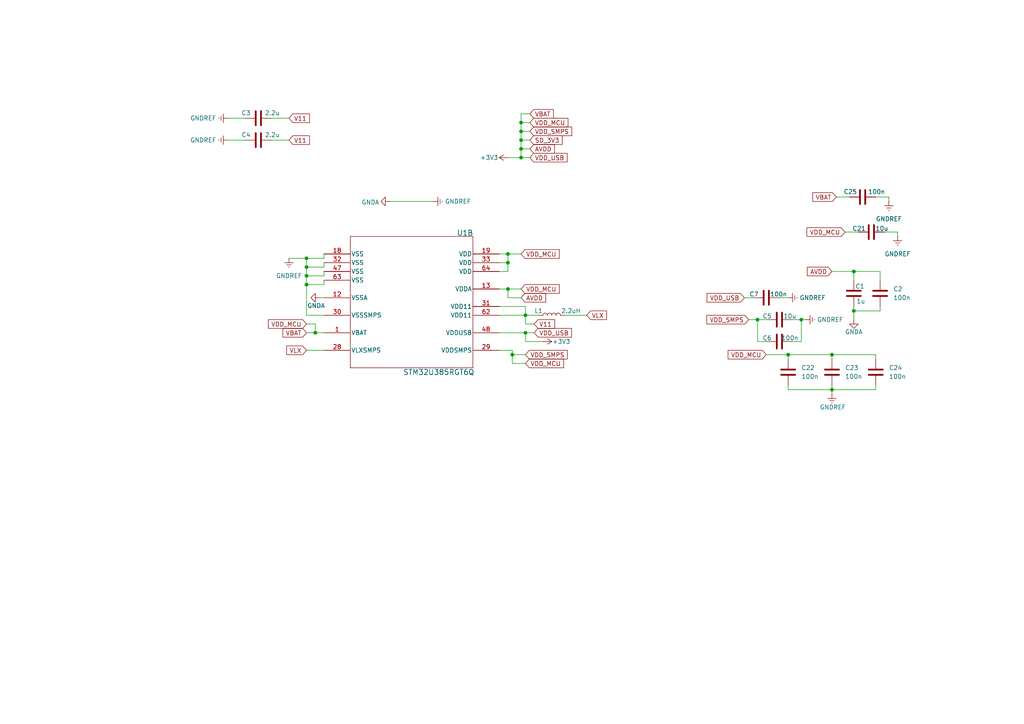
<source format=kicad_sch>
(kicad_sch (version 20250114) (generator "eeschema") (generator_version "9.0")
  (paper "A4")
  (lib_symbols
    (symbol "2026-01-21_08-27-02:STM32U385RGT6Q" (pin_names (offset 0.254))
      (property "Reference" "U" (at 30.48 10.16 0))
      (property "Value" "STM32U385RGT6Q" (at 30.48 7.62 0))
      (symbol "STM32U385RGT6Q_1_1"
        (polyline (pts (xy 7.62 5.08) (xy 7.62 -78.74)))
        (polyline (pts (xy 7.62 -78.74) (xy 53.34 -78.74)))
        (polyline (pts (xy 53.34 5.08) (xy 7.62 5.08)))
        (polyline (pts (xy 53.34 -78.74) (xy 53.34 5.08)))
        (pin bidirectional line (at 0 0 0) (length 7.62) (name "PA0") (number "14"))
        (pin bidirectional line (at 0 -2.54 0) (length 7.62) (name "PA1") (number "15"))
        (pin bidirectional line (at 0 -5.08 0) (length 7.62) (name "PA2") (number "16"))
        (pin bidirectional line (at 0 -7.62 0) (length 7.62) (name "PA3") (number "17"))
        (pin bidirectional line (at 0 -10.16 0) (length 7.62) (name "PA4") (number "20"))
        (pin bidirectional line (at 0 -12.7 0) (length 7.62) (name "PA5") (number "21"))
        (pin bidirectional line (at 0 -15.24 0) (length 7.62) (name "PA6") (number "22"))
        (pin bidirectional line (at 0 -17.78 0) (length 7.62) (name "PA7") (number "23"))
        (pin bidirectional line (at 0 -20.32 0) (length 7.62) (name "PA8") (number "41"))
        (pin bidirectional line (at 0 -22.86 0) (length 7.62) (name "PA9") (number "42"))
        (pin bidirectional line (at 0 -25.4 0) (length 7.62) (name "PA10") (number "43"))
        (pin bidirectional line (at 0 -27.94 0) (length 7.62) (name "PA11") (number "44"))
        (pin bidirectional line (at 0 -30.48 0) (length 7.62) (name "PA12") (number "45"))
        (pin bidirectional line (at 0 -33.02 0) (length 7.62) (name "PA13") (number "46"))
        (pin bidirectional line (at 0 -35.56 0) (length 7.62) (name "PA14") (number "49"))
        (pin bidirectional line (at 0 -38.1 0) (length 7.62) (name "PA15") (number "50"))
        (pin bidirectional line (at 0 -43.18 0) (length 7.62) (name "PB0") (number "24"))
        (pin bidirectional line (at 0 -45.72 0) (length 7.62) (name "PB1") (number "25"))
        (pin bidirectional line (at 0 -48.26 0) (length 7.62) (name "PB2") (number "26"))
        (pin bidirectional line (at 0 -50.8 0) (length 7.62) (name "PB3") (number "55"))
        (pin bidirectional line (at 0 -53.34 0) (length 7.62) (name "PB4") (number "56"))
        (pin bidirectional line (at 0 -55.88 0) (length 7.62) (name "PB5") (number "57"))
        (pin bidirectional line (at 0 -58.42 0) (length 7.62) (name "PB6") (number "58"))
        (pin bidirectional line (at 0 -60.96 0) (length 7.62) (name "PB7") (number "59"))
        (pin bidirectional line (at 0 -63.5 0) (length 7.62) (name "PB8") (number "61"))
        (pin bidirectional line (at 0 -66.04 0) (length 7.62) (name "PB10") (number "27"))
        (pin bidirectional line (at 0 -68.58 0) (length 7.62) (name "PB13") (number "34"))
        (pin bidirectional line (at 0 -71.12 0) (length 7.62) (name "PB14") (number "35"))
        (pin bidirectional line (at 0 -73.66 0) (length 7.62) (name "PB15") (number "36"))
        (pin bidirectional line (at 60.96 0 180) (length 7.62) (name "PC0") (number "8"))
        (pin bidirectional line (at 60.96 -2.54 180) (length 7.62) (name "PC1") (number "9"))
        (pin bidirectional line (at 60.96 -5.08 180) (length 7.62) (name "PC2") (number "10"))
        (pin bidirectional line (at 60.96 -7.62 180) (length 7.62) (name "PC3") (number "11"))
        (pin bidirectional line (at 60.96 -10.16 180) (length 7.62) (name "PC6") (number "37"))
        (pin bidirectional line (at 60.96 -12.7 180) (length 7.62) (name "PC7") (number "38"))
        (pin bidirectional line (at 60.96 -15.24 180) (length 7.62) (name "PC8") (number "39"))
        (pin bidirectional line (at 60.96 -17.78 180) (length 7.62) (name "PC9") (number "40"))
        (pin bidirectional line (at 60.96 -20.32 180) (length 7.62) (name "PC10") (number "51"))
        (pin bidirectional line (at 60.96 -22.86 180) (length 7.62) (name "PC11") (number "52"))
        (pin bidirectional line (at 60.96 -25.4 180) (length 7.62) (name "PC12") (number "53"))
        (pin bidirectional line (at 60.96 -27.94 180) (length 7.62) (name "PC13") (number "2"))
        (pin bidirectional line (at 60.96 -30.48 180) (length 7.62) (name "PC14-OSC32_IN") (number "3"))
        (pin bidirectional line (at 60.96 -33.02 180) (length 7.62) (name "PC15-OSC32_OUT") (number "4"))
        (pin bidirectional line (at 60.96 -38.1 180) (length 7.62) (name "PD2") (number "54"))
        (pin bidirectional line (at 60.96 -43.18 180) (length 7.62) (name "PH0-OSC_IN") (number "5"))
        (pin bidirectional line (at 60.96 -45.72 180) (length 7.62) (name "PH1-OSC_OUT") (number "6"))
        (pin bidirectional line (at 60.96 -48.26 180) (length 7.62) (name "PH3-BOOT0") (number "60"))
        (pin bidirectional line (at 60.96 -53.34 180) (length 7.62) (name "NRST") (number "7"))
      )
      (symbol "STM32U385RGT6Q_2_1"
        (polyline (pts (xy 7.62 5.08) (xy 7.62 -33.02)))
        (polyline (pts (xy 7.62 -33.02) (xy 43.18 -33.02)))
        (polyline (pts (xy 43.18 5.08) (xy 7.62 5.08)))
        (polyline (pts (xy 43.18 -33.02) (xy 43.18 5.08)))
        (pin power_in line (at 0 0 0) (length 7.62) (name "VSS") (number "18"))
        (pin power_in line (at 0 -2.54 0) (length 7.62) (name "VSS") (number "32"))
        (pin power_in line (at 0 -5.08 0) (length 7.62) (name "VSS") (number "47"))
        (pin power_in line (at 0 -7.62 0) (length 7.62) (name "VSS") (number "63"))
        (pin power_in line (at 0 -12.7 0) (length 7.62) (name "VSSA") (number "12"))
        (pin power_in line (at 0 -17.78 0) (length 7.62) (name "VSSSMPS") (number "30"))
        (pin power_in line (at 0 -22.86 0) (length 7.62) (name "VBAT") (number "1"))
        (pin power_in line (at 0 -27.94 0) (length 7.62) (name "VLXSMPS") (number "28"))
        (pin power_in line (at 50.8 0 180) (length 7.62) (name "VDD") (number "19"))
        (pin power_in line (at 50.8 -2.54 180) (length 7.62) (name "VDD") (number "33"))
        (pin power_in line (at 50.8 -5.08 180) (length 7.62) (name "VDD") (number "64"))
        (pin power_in line (at 50.8 -10.16 180) (length 7.62) (name "VDDA") (number "13"))
        (pin power_in line (at 50.8 -15.24 180) (length 7.62) (name "VDD11") (number "31"))
        (pin power_in line (at 50.8 -17.78 180) (length 7.62) (name "VDD11") (number "62"))
        (pin power_in line (at 50.8 -22.86 180) (length 7.62) (name "VDDUSB") (number "48"))
        (pin power_in line (at 50.8 -27.94 180) (length 7.62) (name "VDDSMPS") (number "29"))
      )
    )
    (symbol "Device:C" (pin_numbers (hide yes)) (pin_names (offset 0.254))
      (property "Reference" "C" (at 0.635 2.54 0))
      (property "Value" "C" (at 0.635 -2.54 0))
      (symbol "C_0_1"
        (polyline (pts (xy -2.032 0.762) (xy 2.032 0.762)) (stroke (width 0.508)))
        (polyline (pts (xy -2.032 -0.762) (xy 2.032 -0.762)) (stroke (width 0.508)))
      )
      (symbol "C_1_1"
        (pin passive line (at 0 3.81 270) (length 2.794) (name "~") (number "1"))
        (pin passive line (at 0 -3.81 90) (length 2.794) (name "~") (number "2"))
      )
    )
    (symbol "Device:L" (pin_numbers (hide yes)) (pin_names (offset 1.016) (hide yes))
      (property "Reference" "L" (at -1.27 0 90))
      (property "Value" "L" (at 1.905 0 90))
      (symbol "L_0_1"
        (arc (start 0 2.54) (mid 0.6323 1.905) (end 0 1.27))
        (arc (start 0 1.27) (mid 0.6323 0.635) (end 0 0))
        (arc (start 0 0) (mid 0.6323 -0.635) (end 0 -1.27))
        (arc (start 0 -1.27) (mid 0.6323 -1.905) (end 0 -2.54))
      )
      (symbol "L_1_1"
        (pin passive line (at 0 3.81 270) (length 1.27) (name "1") (number "1"))
        (pin passive line (at 0 -3.81 90) (length 1.27) (name "2") (number "2"))
      )
    )
    (symbol "power:+3V3" (power) (pin_numbers (hide yes)) (pin_names (offset 0) (hide yes))
      (property "Value" "+3V3" (at 0 3.556 0))
      (symbol "+3V3_0_1"
        (polyline (pts (xy -0.762 1.27) (xy 0 2.54)))
        (polyline (pts (xy 0 2.54) (xy 0.762 1.27)))
        (polyline (pts (xy 0 0) (xy 0 2.54)))
      )
      (symbol "+3V3_1_1"
        (pin power_in line (at 0 0 90) (length 0) (name "~") (number "1"))
      )
    )
    (symbol "power:GNDA" (power) (pin_numbers (hide yes)) (pin_names (offset 0) (hide yes))
      (property "Value" "GNDA" (at 0 -3.81 0))
      (symbol "GNDA_0_1"
        (polyline (pts (xy 0 0) (xy 0 -1.27) (xy 1.27 -1.27) (xy 0 -2.54) (xy -1.27 -1.27) (xy 0 -1.27)))
      )
      (symbol "GNDA_1_1"
        (pin power_in line (at 0 0 270) (length 0) (name "~") (number "1"))
      )
    )
    (symbol "power:GNDREF" (power) (pin_numbers (hide yes)) (pin_names (offset 0) (hide yes))
      (property "Value" "GNDREF" (at 0 -3.81 0))
      (symbol "GNDREF_0_1"
        (polyline (pts (xy -0.635 -1.905) (xy 0.635 -1.905)))
        (polyline (pts (xy -0.127 -2.54) (xy 0.127 -2.54)))
        (polyline (pts (xy 0 -1.27) (xy 0 0)))
        (polyline (pts (xy 1.27 -1.27) (xy -1.27 -1.27)))
      )
      (symbol "GNDREF_1_1"
        (pin power_in line (at 0 0 270) (length 0) (name "~") (number "1"))
      )
    )
  )
  (junction (at 219.71 92.71))
  (junction (at 88.9 80.01))
  (junction (at 151.13 45.72))
  (junction (at 91.44 96.52))
  (junction (at 247.65 90.17))
  (junction (at 88.9 74.93))
  (junction (at 152.4 91.44))
  (junction (at 228.6 102.87))
  (junction (at 151.13 40.64))
  (junction (at 241.3 102.87))
  (junction (at 147.32 73.66))
  (junction (at 152.4 96.52))
  (junction (at 151.13 43.18))
  (junction (at 88.9 77.47))
  (junction (at 247.65 78.74))
  (junction (at 151.13 38.1))
  (junction (at 148.59 102.87))
  (junction (at 147.32 76.2))
  (junction (at 147.32 83.82))
  (junction (at 241.3 113.03))
  (junction (at 232.41 92.71))
  (junction (at 88.9 82.55))
  (junction (at 151.13 35.56))
  (wire (pts (xy 66.04 40.64) (xy 71.12 40.64)))
  (wire (pts (xy 144.78 101.6) (xy 148.59 101.6)))
  (wire (pts (xy 255.27 90.17) (xy 255.27 88.9)))
  (wire (pts (xy 93.98 77.47) (xy 93.98 76.2)))
  (wire (pts (xy 152.4 91.44) (xy 152.4 88.9)))
  (wire (pts (xy 147.32 76.2) (xy 147.32 73.66)))
  (wire (pts (xy 247.65 78.74) (xy 241.3 78.74)))
  (wire (pts (xy 242.57 57.15) (xy 246.38 57.15)))
  (wire (pts (xy 147.32 45.72) (xy 151.13 45.72)))
  (wire (pts (xy 78.74 40.64) (xy 83.82 40.64)))
  (wire (pts (xy 256.54 67.31) (xy 260.35 67.31)))
  (wire (pts (xy 151.13 83.82) (xy 147.32 83.82)))
  (wire (pts (xy 148.59 101.6) (xy 148.59 102.87)))
  (wire (pts (xy 219.71 99.06) (xy 222.25 99.06)))
  (wire (pts (xy 217.17 92.71) (xy 219.71 92.71)))
  (wire (pts (xy 151.13 43.18) (xy 153.67 43.18)))
  (wire (pts (xy 247.65 78.74) (xy 255.27 78.74)))
  (wire (pts (xy 247.65 88.9) (xy 247.65 90.17)))
  (wire (pts (xy 88.9 101.6) (xy 93.98 101.6)))
  (wire (pts (xy 88.9 77.47) (xy 88.9 74.93)))
  (wire (pts (xy 254 102.87) (xy 241.3 102.87)))
  (wire (pts (xy 151.13 45.72) (xy 153.67 45.72)))
  (wire (pts (xy 219.71 92.71) (xy 219.71 99.06)))
  (wire (pts (xy 148.59 105.41) (xy 152.4 105.41)))
  (wire (pts (xy 222.25 102.87) (xy 228.6 102.87)))
  (wire (pts (xy 254 113.03) (xy 254 111.76)))
  (wire (pts (xy 151.13 35.56) (xy 151.13 33.02)))
  (wire (pts (xy 88.9 82.55) (xy 88.9 91.44)))
  (wire (pts (xy 92.71 86.36) (xy 93.98 86.36)))
  (wire (pts (xy 241.3 102.87) (xy 228.6 102.87)))
  (wire (pts (xy 254 57.15) (xy 257.81 57.15)))
  (wire (pts (xy 88.9 91.44) (xy 93.98 91.44)))
  (wire (pts (xy 151.13 40.64) (xy 153.67 40.64)))
  (wire (pts (xy 151.13 86.36) (xy 147.32 86.36)))
  (wire (pts (xy 229.87 92.71) (xy 232.41 92.71)))
  (wire (pts (xy 151.13 38.1) (xy 153.67 38.1)))
  (wire (pts (xy 152.4 96.52) (xy 154.94 96.52)))
  (wire (pts (xy 152.4 88.9) (xy 144.78 88.9)))
  (wire (pts (xy 88.9 77.47) (xy 93.98 77.47)))
  (wire (pts (xy 88.9 74.93) (xy 93.98 74.93)))
  (wire (pts (xy 147.32 73.66) (xy 151.13 73.66)))
  (wire (pts (xy 241.3 113.03) (xy 254 113.03)))
  (wire (pts (xy 228.6 111.76) (xy 228.6 113.03)))
  (wire (pts (xy 144.78 78.74) (xy 147.32 78.74)))
  (wire (pts (xy 151.13 33.02) (xy 153.67 33.02)))
  (wire (pts (xy 88.9 80.01) (xy 88.9 77.47)))
  (wire (pts (xy 247.65 81.28) (xy 247.65 78.74)))
  (wire (pts (xy 66.04 34.29) (xy 71.12 34.29)))
  (wire (pts (xy 147.32 86.36) (xy 147.32 83.82)))
  (wire (pts (xy 163.83 91.44) (xy 170.18 91.44)))
  (wire (pts (xy 154.94 93.98) (xy 152.4 93.98)))
  (wire (pts (xy 151.13 40.64) (xy 151.13 38.1)))
  (wire (pts (xy 78.74 34.29) (xy 83.82 34.29)))
  (wire (pts (xy 88.9 96.52) (xy 91.44 96.52)))
  (wire (pts (xy 152.4 99.06) (xy 152.4 96.52)))
  (wire (pts (xy 93.98 74.93) (xy 93.98 73.66)))
  (wire (pts (xy 255.27 78.74) (xy 255.27 81.28)))
  (wire (pts (xy 254 104.14) (xy 254 102.87)))
  (wire (pts (xy 151.13 45.72) (xy 151.13 43.18)))
  (wire (pts (xy 228.6 102.87) (xy 228.6 104.14)))
  (wire (pts (xy 215.9 86.36) (xy 218.44 86.36)))
  (wire (pts (xy 157.48 99.06) (xy 152.4 99.06)))
  (wire (pts (xy 232.41 92.71) (xy 233.68 92.71)))
  (wire (pts (xy 148.59 102.87) (xy 152.4 102.87)))
  (wire (pts (xy 241.3 111.76) (xy 241.3 113.03)))
  (wire (pts (xy 144.78 96.52) (xy 152.4 96.52)))
  (wire (pts (xy 93.98 82.55) (xy 93.98 81.28)))
  (wire (pts (xy 91.44 96.52) (xy 93.98 96.52)))
  (wire (pts (xy 151.13 43.18) (xy 151.13 40.64)))
  (wire (pts (xy 144.78 73.66) (xy 147.32 73.66)))
  (wire (pts (xy 91.44 93.98) (xy 88.9 93.98)))
  (wire (pts (xy 144.78 91.44) (xy 152.4 91.44)))
  (wire (pts (xy 241.3 113.03) (xy 241.3 114.3)))
  (wire (pts (xy 144.78 76.2) (xy 147.32 76.2)))
  (wire (pts (xy 88.9 82.55) (xy 93.98 82.55)))
  (wire (pts (xy 226.06 86.36) (xy 228.6 86.36)))
  (wire (pts (xy 88.9 82.55) (xy 88.9 80.01)))
  (wire (pts (xy 229.87 99.06) (xy 232.41 99.06)))
  (wire (pts (xy 245.11 67.31) (xy 248.92 67.31)))
  (wire (pts (xy 232.41 99.06) (xy 232.41 92.71)))
  (wire (pts (xy 113.03 58.42) (xy 125.73 58.42)))
  (wire (pts (xy 93.98 80.01) (xy 93.98 78.74)))
  (wire (pts (xy 151.13 38.1) (xy 151.13 35.56)))
  (wire (pts (xy 152.4 93.98) (xy 152.4 91.44)))
  (wire (pts (xy 91.44 96.52) (xy 91.44 93.98)))
  (wire (pts (xy 151.13 35.56) (xy 153.67 35.56)))
  (wire (pts (xy 148.59 102.87) (xy 148.59 105.41)))
  (wire (pts (xy 247.65 90.17) (xy 255.27 90.17)))
  (wire (pts (xy 228.6 113.03) (xy 241.3 113.03)))
  (wire (pts (xy 156.21 91.44) (xy 152.4 91.44)))
  (wire (pts (xy 219.71 92.71) (xy 222.25 92.71)))
  (wire (pts (xy 144.78 83.82) (xy 147.32 83.82)))
  (wire (pts (xy 260.35 67.31) (xy 260.35 68.58)))
  (wire (pts (xy 247.65 90.17) (xy 247.65 92.71)))
  (wire (pts (xy 257.81 57.15) (xy 257.81 58.42)))
  (wire (pts (xy 241.3 104.14) (xy 241.3 102.87)))
  (wire (pts (xy 88.9 80.01) (xy 93.98 80.01)))
  (wire (pts (xy 83.82 74.93) (xy 88.9 74.93)))
  (wire (pts (xy 147.32 78.74) (xy 147.32 76.2)))
  (global_label "VDD_SMPS" (shape input) (at 152.4 102.87 0) (property "Intersheetrefs" "${INTERSHEET_REFS}" (effects (hide yes))))
  (global_label "VDD_MCU" (shape input) (at 151.13 73.66 0) (property "Intersheetrefs" "${INTERSHEET_REFS}" (effects (hide yes))))
  (global_label "VDD_MCU" (shape input) (at 88.9 93.98 180) (property "Intersheetrefs" "${INTERSHEET_REFS}" (effects (hide yes))))
  (global_label "VDD_USB" (shape input) (at 215.9 86.36 180) (property "Intersheetrefs" "${INTERSHEET_REFS}" (effects (hide yes))))
  (global_label "AVDD" (shape input) (at 151.13 86.36 0) (property "Intersheetrefs" "${INTERSHEET_REFS}" (effects (hide yes))))
  (global_label "SD_3V3" (shape input) (at 153.67 40.64 0) (property "Intersheetrefs" "${INTERSHEET_REFS}" (effects (hide yes))))
  (global_label "VDD_SMPS" (shape input) (at 153.67 38.1 0) (property "Intersheetrefs" "${INTERSHEET_REFS}" (effects (hide yes))))
  (global_label "VDD_MCU" (shape input) (at 222.25 102.87 180) (property "Intersheetrefs" "${INTERSHEET_REFS}" (effects (hide yes))))
  (global_label "VBAT" (shape input) (at 88.9 96.52 180) (property "Intersheetrefs" "${INTERSHEET_REFS}" (effects (hide yes))))
  (global_label "AVDD" (shape input) (at 241.3 78.74 180) (property "Intersheetrefs" "${INTERSHEET_REFS}" (effects (hide yes))))
  (global_label "VDD_USB" (shape input) (at 153.67 45.72 0) (property "Intersheetrefs" "${INTERSHEET_REFS}" (effects (hide yes))))
  (global_label "V11" (shape input) (at 154.94 93.98 0) (property "Intersheetrefs" "${INTERSHEET_REFS}" (effects (hide yes))))
  (global_label "VDD_MCU" (shape input) (at 152.4 105.41 0) (property "Intersheetrefs" "${INTERSHEET_REFS}" (effects (hide yes))))
  (global_label "V11" (shape input) (at 83.82 34.29 0) (property "Intersheetrefs" "${INTERSHEET_REFS}" (effects (hide yes))))
  (global_label "V11" (shape input) (at 83.82 40.64 0) (property "Intersheetrefs" "${INTERSHEET_REFS}" (effects (hide yes))))
  (global_label "VDD_MCU" (shape input) (at 245.11 67.31 180) (property "Intersheetrefs" "${INTERSHEET_REFS}" (effects (hide yes))))
  (global_label "AVDD" (shape input) (at 153.67 43.18 0) (property "Intersheetrefs" "${INTERSHEET_REFS}" (effects (hide yes))))
  (global_label "VDD_SMPS" (shape input) (at 217.17 92.71 180) (property "Intersheetrefs" "${INTERSHEET_REFS}" (effects (hide yes))))
  (global_label "VLX" (shape input) (at 88.9 101.6 180) (property "Intersheetrefs" "${INTERSHEET_REFS}" (effects (hide yes))))
  (global_label "VBAT" (shape input) (at 153.67 33.02 0) (property "Intersheetrefs" "${INTERSHEET_REFS}" (effects (hide yes))))
  (global_label "VBAT" (shape input) (at 242.57 57.15 180) (property "Intersheetrefs" "${INTERSHEET_REFS}" (effects (hide yes))))
  (global_label "VDD_MCU" (shape input) (at 153.67 35.56 0) (property "Intersheetrefs" "${INTERSHEET_REFS}" (effects (hide yes))))
  (global_label "VDD_MCU" (shape input) (at 151.13 83.82 0) (property "Intersheetrefs" "${INTERSHEET_REFS}" (effects (hide yes))))
  (global_label "VDD_USB" (shape input) (at 154.94 96.52 0) (property "Intersheetrefs" "${INTERSHEET_REFS}" (effects (hide yes))))
  (global_label "VLX" (shape input) (at 170.18 91.44 0) (property "Intersheetrefs" "${INTERSHEET_REFS}" (effects (hide yes))))
  (symbol (lib_id "power:+3V3") (at 147.32 45.72 90) (mirror x) (unit 1)
    (property "Reference" "#PWR014" (effects (hide yes)))
    (property "Value" "+3V3" (at 144.526 45.72 90) (effects (justify left)))
    (property "Description" "Power symbol creates a global label with name \"+3V3\"" (effects (hide yes)))
  )
  (symbol (lib_id "power:GNDREF") (at 66.04 40.64 270) (mirror x) (unit 1)
    (property "Reference" "#PWR07" (effects (hide yes)))
    (property "Value" "GNDREF" (at 62.738 40.64 90) (effects (justify right)))
    (property "Description" "Power symbol creates a global label with name \"GNDREF\" , reference supply ground" (effects (hide yes)))
  )
  (symbol (lib_id "power:+3V3") (at 157.48 99.06 270) (unit 1)
    (property "Reference" "#PWR01" (effects (hide yes)))
    (property "Value" "+3V3" (at 162.814 99.06 90))
    (property "Description" "Power symbol creates a global label with name \"+3V3\"" (effects (hide yes)))
  )
  (symbol (lib_id "power:GNDREF") (at 241.3 114.3 0) (unit 1)
    (property "Reference" "#PWR023" (effects (hide yes)))
    (property "Value" "GNDREF" (at 241.554 118.11 0))
    (property "Description" "Power symbol creates a global label with name \"GNDREF\" , reference supply ground" (effects (hide yes)))
  )
  (symbol (lib_id "Device:C") (at 222.25 86.36 270) (unit 1)
    (property "Reference" "C7" (at 218.694 85.344 90))
    (property "Value" "100n" (at 225.806 85.344 90))
    (property "Footprint" "Capacitor_SMD:C_0603_1608Metric" (effects (hide yes)))
    (property "Description" "Unpolarized capacitor" (effects (hide yes)))
  )
  (symbol (lib_id "Device:C") (at 74.93 40.64 270) (unit 1)
    (property "Reference" "C4" (at 71.374 39.116 90))
    (property "Value" "2.2u" (at 78.994 39.116 90))
    (property "Footprint" "Capacitor_SMD:C_0603_1608Metric" (effects (hide yes)))
    (property "Description" "Unpolarized capacitor" (effects (hide yes)))
  )
  (symbol (lib_id "Device:C") (at 255.27 85.09 180) (unit 1)
    (property "Reference" "C2" (at 259.08 83.8199 0) (effects (justify right)))
    (property "Value" "100n" (at 259.08 86.3599 0) (effects (justify right)))
    (property "Footprint" "Capacitor_SMD:C_0603_1608Metric" (effects (hide yes)))
    (property "Description" "Unpolarized capacitor" (effects (hide yes)))
  )
  (symbol (lib_id "power:GNDREF") (at 66.04 34.29 270) (mirror x) (unit 1)
    (property "Reference" "#PWR06" (effects (hide yes)))
    (property "Value" "GNDREF" (at 62.738 34.29 90) (effects (justify right)))
    (property "Description" "Power symbol creates a global label with name \"GNDREF\" , reference supply ground" (effects (hide yes)))
  )
  (symbol (lib_id "Device:C") (at 252.73 67.31 270) (unit 1)
    (property "Reference" "C21" (at 249.174 66.294 90))
    (property "Value" "10u" (at 255.778 66.294 90))
    (property "Footprint" "Capacitor_SMD:C_0603_1608Metric" (effects (hide yes)))
    (property "Description" "Unpolarized capacitor" (effects (hide yes)))
  )
  (symbol (lib_id "power:GNDREF") (at 83.82 74.93 0) (mirror y) (unit 1)
    (property "Reference" "#PWR021" (effects (hide yes)))
    (property "Value" "GNDREF" (at 83.82 80.01 0))
    (property "Description" "Power symbol creates a global label with name \"GNDREF\" , reference supply ground" (effects (hide yes)))
  )
  (symbol (lib_id "2026-01-21_08-27-02:STM32U385RGT6Q") (at 93.98 73.66 0) (unit 2)
    (property "Reference" "U1" (at 134.874 67.564 0) (effects (font (size 1.524 1.524))))
    (property "Value" "STM32U385RGT6Q" (at 127.254 107.95 0) (effects (font (size 1.524 1.524))))
    (property "Footprint" "Package_QFP:LQFP-64_10x10mm_P0.5mm" (effects (hide yes)))
    (property "Datasheet" "https://www.st.com/resource/en/datasheet/stm32u385cg.pdf" (effects (hide yes)))
  )
  (symbol (lib_id "Device:C") (at 250.19 57.15 270) (unit 1)
    (property "Reference" "C25" (at 246.634 55.626 90))
    (property "Value" "100n" (at 254.254 55.626 90))
    (property "Footprint" "Capacitor_SMD:C_0603_1608Metric" (effects (hide yes)))
    (property "Description" "Unpolarized capacitor" (effects (hide yes)))
  )
  (symbol (lib_id "power:GNDREF") (at 125.73 58.42 90) (unit 1)
    (property "Reference" "#PWR04" (effects (hide yes)))
    (property "Value" "GNDREF" (at 129.032 58.42 90) (effects (justify right)))
    (property "Description" "Power symbol creates a global label with name \"GNDREF\" , reference supply ground" (effects (hide yes)))
  )
  (symbol (lib_id "power:GNDREF") (at 228.6 86.36 90) (unit 1)
    (property "Reference" "#PWR09" (effects (hide yes)))
    (property "Value" "GNDREF" (at 231.902 86.36 90) (effects (justify right)))
    (property "Description" "Power symbol creates a global label with name \"GNDREF\" , reference supply ground" (effects (hide yes)))
  )
  (symbol (lib_id "power:GNDREF") (at 233.68 92.71 90) (unit 1)
    (property "Reference" "#PWR08" (effects (hide yes)))
    (property "Value" "GNDREF" (at 236.982 92.71 90) (effects (justify right)))
    (property "Description" "Power symbol creates a global label with name \"GNDREF\" , reference supply ground" (effects (hide yes)))
  )
  (symbol (lib_id "power:GNDA") (at 92.71 86.36 270) (unit 1)
    (property "Reference" "#PWR02" (effects (hide yes)))
    (property "Value" "GNDA" (at 91.694 88.646 90))
    (property "Description" "Power symbol creates a global label with name \"GNDA\" , analog ground" (effects (hide yes)))
  )
  (symbol (lib_id "power:GNDREF") (at 260.35 68.58 0) (unit 1)
    (property "Reference" "#PWR022" (effects (hide yes)))
    (property "Value" "GNDREF" (at 260.35 73.66 0))
    (property "Description" "Power symbol creates a global label with name \"GNDREF\" , reference supply ground" (effects (hide yes)))
  )
  (symbol (lib_id "Device:C") (at 74.93 34.29 270) (unit 1)
    (property "Reference" "C3" (at 71.374 32.766 90))
    (property "Value" "2.2u" (at 78.994 32.766 90))
    (property "Footprint" "Capacitor_SMD:C_0603_1608Metric" (effects (hide yes)))
    (property "Description" "Unpolarized capacitor" (effects (hide yes)))
  )
  (symbol (lib_id "Device:L") (at 160.02 91.44 90) (unit 1)
    (property "Reference" "L1" (at 156.21 90.17 90))
    (property "Value" "2.2uH" (at 165.608 90.17 90))
    (property "Footprint" "Inductor_SMD:L_0603_1608Metric" (effects (hide yes)))
    (property "Description" "Inductor" (effects (hide yes)))
  )
  (symbol (lib_id "Device:C") (at 247.65 85.09 180) (unit 1)
    (property "Reference" "C1" (at 249.428 83.058 0))
    (property "Value" "1u" (at 249.682 87.376 0))
    (property "Footprint" "Capacitor_SMD:C_0603_1608Metric" (effects (hide yes)))
    (property "Description" "Unpolarized capacitor" (effects (hide yes)))
  )
  (symbol (lib_id "Device:C") (at 226.06 99.06 270) (unit 1)
    (property "Reference" "C6" (at 222.504 98.044 90))
    (property "Value" "100n" (at 229.108 98.044 90))
    (property "Footprint" "Capacitor_SMD:C_0603_1608Metric" (effects (hide yes)))
    (property "Description" "Unpolarized capacitor" (effects (hide yes)))
  )
  (symbol (lib_id "Device:C") (at 254 107.95 180) (unit 1)
    (property "Reference" "C24" (at 257.81 106.6799 0) (effects (justify right)))
    (property "Value" "100n" (at 257.81 109.2199 0) (effects (justify right)))
    (property "Footprint" "Capacitor_SMD:C_0603_1608Metric" (effects (hide yes)))
    (property "Description" "Unpolarized capacitor" (effects (hide yes)))
  )
  (symbol (lib_id "power:GNDREF") (at 257.81 58.42 0) (unit 1)
    (property "Reference" "#PWR024" (effects (hide yes)))
    (property "Value" "GNDREF" (at 257.81 63.5 0))
    (property "Description" "Power symbol creates a global label with name \"GNDREF\" , reference supply ground" (effects (hide yes)))
  )
  (symbol (lib_id "power:GNDA") (at 247.65 92.71 0) (unit 1)
    (property "Reference" "#PWR03" (effects (hide yes)))
    (property "Value" "GNDA" (at 247.65 96.266 0))
    (property "Description" "Power symbol creates a global label with name \"GNDA\" , analog ground" (effects (hide yes)))
  )
  (symbol (lib_id "power:GNDA") (at 113.03 58.42 270) (unit 1)
    (property "Reference" "#PWR05" (effects (hide yes)))
    (property "Value" "GNDA" (at 107.442 58.674 90))
    (property "Description" "Power symbol creates a global label with name \"GNDA\" , analog ground" (effects (hide yes)))
  )
  (symbol (lib_id "Device:C") (at 228.6 107.95 180) (unit 1)
    (property "Reference" "C22" (at 232.41 106.6799 0) (effects (justify right)))
    (property "Value" "100n" (at 232.41 109.2199 0) (effects (justify right)))
    (property "Footprint" "Capacitor_SMD:C_0603_1608Metric" (effects (hide yes)))
    (property "Description" "Unpolarized capacitor" (effects (hide yes)))
  )
  (symbol (lib_id "Device:C") (at 226.06 92.71 270) (unit 1)
    (property "Reference" "C5" (at 222.504 91.694 90))
    (property "Value" "10u" (at 229.108 91.694 90))
    (property "Footprint" "Capacitor_SMD:C_0603_1608Metric" (effects (hide yes)))
    (property "Description" "Unpolarized capacitor" (effects (hide yes)))
  )
  (symbol (lib_id "Device:C") (at 241.3 107.95 180) (unit 1)
    (property "Reference" "C23" (at 245.11 106.6799 0) (effects (justify right)))
    (property "Value" "100n" (at 245.11 109.2199 0) (effects (justify right)))
    (property "Footprint" "Capacitor_SMD:C_0603_1608Metric" (effects (hide yes)))
    (property "Description" "Unpolarized capacitor" (effects (hide yes)))
  )
)
</source>
